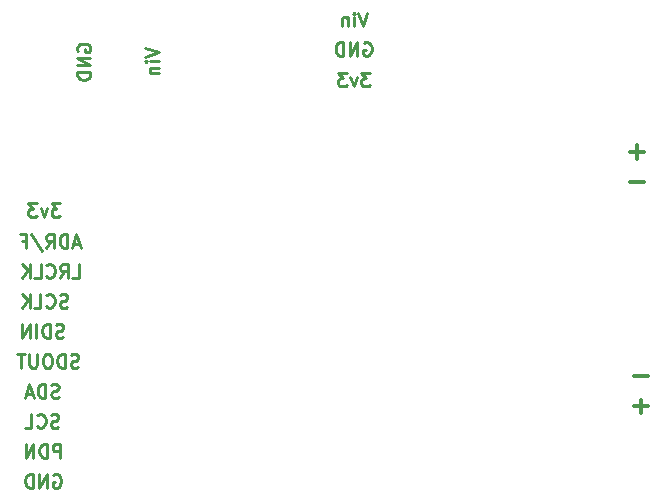
<source format=gbr>
G04 #@! TF.GenerationSoftware,KiCad,Pcbnew,(5.1.4)-1*
G04 #@! TF.CreationDate,2020-10-30T07:47:57-05:00*
G04 #@! TF.ProjectId,TAS5806M_Breakout_Hardware,54415335-3830-4364-9d5f-427265616b6f,rev?*
G04 #@! TF.SameCoordinates,Original*
G04 #@! TF.FileFunction,Legend,Bot*
G04 #@! TF.FilePolarity,Positive*
%FSLAX46Y46*%
G04 Gerber Fmt 4.6, Leading zero omitted, Abs format (unit mm)*
G04 Created by KiCad (PCBNEW (5.1.4)-1) date 2020-10-30 07:47:57*
%MOMM*%
%LPD*%
G04 APERTURE LIST*
%ADD10C,0.300000*%
%ADD11C,0.228600*%
G04 APERTURE END LIST*
D10*
X183959428Y-106660142D02*
X182816571Y-106660142D01*
X183959428Y-109200142D02*
X182816571Y-109200142D01*
X183388000Y-109771571D02*
X183388000Y-108628714D01*
X183641928Y-90213642D02*
X182499071Y-90213642D01*
X183641928Y-87673642D02*
X182499071Y-87673642D01*
X183070500Y-88245071D02*
X183070500Y-87102214D01*
D11*
X160428214Y-80971571D02*
X159720642Y-80971571D01*
X160101642Y-81407000D01*
X159938357Y-81407000D01*
X159829500Y-81461428D01*
X159775071Y-81515857D01*
X159720642Y-81624714D01*
X159720642Y-81896857D01*
X159775071Y-82005714D01*
X159829500Y-82060142D01*
X159938357Y-82114571D01*
X160264928Y-82114571D01*
X160373785Y-82060142D01*
X160428214Y-82005714D01*
X159339642Y-81352571D02*
X159067500Y-82114571D01*
X158795357Y-81352571D01*
X158468785Y-80971571D02*
X157761214Y-80971571D01*
X158142214Y-81407000D01*
X157978928Y-81407000D01*
X157870071Y-81461428D01*
X157815642Y-81515857D01*
X157761214Y-81624714D01*
X157761214Y-81896857D01*
X157815642Y-82005714D01*
X157870071Y-82060142D01*
X157978928Y-82114571D01*
X158305500Y-82114571D01*
X158414357Y-82060142D01*
X158468785Y-82005714D01*
X159938357Y-78422500D02*
X160047214Y-78368071D01*
X160210500Y-78368071D01*
X160373785Y-78422500D01*
X160482642Y-78531357D01*
X160537071Y-78640214D01*
X160591500Y-78857928D01*
X160591500Y-79021214D01*
X160537071Y-79238928D01*
X160482642Y-79347785D01*
X160373785Y-79456642D01*
X160210500Y-79511071D01*
X160101642Y-79511071D01*
X159938357Y-79456642D01*
X159883928Y-79402214D01*
X159883928Y-79021214D01*
X160101642Y-79021214D01*
X159394071Y-79511071D02*
X159394071Y-78368071D01*
X158740928Y-79511071D01*
X158740928Y-78368071D01*
X158196642Y-79511071D02*
X158196642Y-78368071D01*
X157924500Y-78368071D01*
X157761214Y-78422500D01*
X157652357Y-78531357D01*
X157597928Y-78640214D01*
X157543500Y-78857928D01*
X157543500Y-79021214D01*
X157597928Y-79238928D01*
X157652357Y-79347785D01*
X157761214Y-79456642D01*
X157924500Y-79511071D01*
X158196642Y-79511071D01*
X160237714Y-75891571D02*
X159856714Y-77034571D01*
X159475714Y-75891571D01*
X159094714Y-77034571D02*
X159094714Y-76272571D01*
X159094714Y-75891571D02*
X159149142Y-75946000D01*
X159094714Y-76000428D01*
X159040285Y-75946000D01*
X159094714Y-75891571D01*
X159094714Y-76000428D01*
X158550428Y-76272571D02*
X158550428Y-77034571D01*
X158550428Y-76381428D02*
X158496000Y-76327000D01*
X158387142Y-76272571D01*
X158223857Y-76272571D01*
X158115000Y-76327000D01*
X158060571Y-76435857D01*
X158060571Y-77034571D01*
X141423571Y-78839785D02*
X142566571Y-79220785D01*
X141423571Y-79601785D01*
X142566571Y-79982785D02*
X141804571Y-79982785D01*
X141423571Y-79982785D02*
X141478000Y-79928357D01*
X141532428Y-79982785D01*
X141478000Y-80037214D01*
X141423571Y-79982785D01*
X141532428Y-79982785D01*
X141804571Y-80527071D02*
X142566571Y-80527071D01*
X141913428Y-80527071D02*
X141859000Y-80581500D01*
X141804571Y-80690357D01*
X141804571Y-80853642D01*
X141859000Y-80962500D01*
X141967857Y-81016928D01*
X142566571Y-81016928D01*
X135699500Y-79139142D02*
X135645071Y-79030285D01*
X135645071Y-78867000D01*
X135699500Y-78703714D01*
X135808357Y-78594857D01*
X135917214Y-78540428D01*
X136134928Y-78486000D01*
X136298214Y-78486000D01*
X136515928Y-78540428D01*
X136624785Y-78594857D01*
X136733642Y-78703714D01*
X136788071Y-78867000D01*
X136788071Y-78975857D01*
X136733642Y-79139142D01*
X136679214Y-79193571D01*
X136298214Y-79193571D01*
X136298214Y-78975857D01*
X136788071Y-79683428D02*
X135645071Y-79683428D01*
X136788071Y-80336571D01*
X135645071Y-80336571D01*
X136788071Y-80880857D02*
X135645071Y-80880857D01*
X135645071Y-81153000D01*
X135699500Y-81316285D01*
X135808357Y-81425142D01*
X135917214Y-81479571D01*
X136134928Y-81534000D01*
X136298214Y-81534000D01*
X136515928Y-81479571D01*
X136624785Y-81425142D01*
X136733642Y-81316285D01*
X136788071Y-81153000D01*
X136788071Y-80880857D01*
X133649357Y-114998500D02*
X133758214Y-114944071D01*
X133921500Y-114944071D01*
X134084785Y-114998500D01*
X134193642Y-115107357D01*
X134248071Y-115216214D01*
X134302500Y-115433928D01*
X134302500Y-115597214D01*
X134248071Y-115814928D01*
X134193642Y-115923785D01*
X134084785Y-116032642D01*
X133921500Y-116087071D01*
X133812642Y-116087071D01*
X133649357Y-116032642D01*
X133594928Y-115978214D01*
X133594928Y-115597214D01*
X133812642Y-115597214D01*
X133105071Y-116087071D02*
X133105071Y-114944071D01*
X132451928Y-116087071D01*
X132451928Y-114944071D01*
X131907642Y-116087071D02*
X131907642Y-114944071D01*
X131635500Y-114944071D01*
X131472214Y-114998500D01*
X131363357Y-115107357D01*
X131308928Y-115216214D01*
X131254500Y-115433928D01*
X131254500Y-115597214D01*
X131308928Y-115814928D01*
X131363357Y-115923785D01*
X131472214Y-116032642D01*
X131635500Y-116087071D01*
X131907642Y-116087071D01*
X134248071Y-113547071D02*
X134248071Y-112404071D01*
X133812642Y-112404071D01*
X133703785Y-112458500D01*
X133649357Y-112512928D01*
X133594928Y-112621785D01*
X133594928Y-112785071D01*
X133649357Y-112893928D01*
X133703785Y-112948357D01*
X133812642Y-113002785D01*
X134248071Y-113002785D01*
X133105071Y-113547071D02*
X133105071Y-112404071D01*
X132832928Y-112404071D01*
X132669642Y-112458500D01*
X132560785Y-112567357D01*
X132506357Y-112676214D01*
X132451928Y-112893928D01*
X132451928Y-113057214D01*
X132506357Y-113274928D01*
X132560785Y-113383785D01*
X132669642Y-113492642D01*
X132832928Y-113547071D01*
X133105071Y-113547071D01*
X131962071Y-113547071D02*
X131962071Y-112404071D01*
X131308928Y-113547071D01*
X131308928Y-112404071D01*
X134075714Y-110952642D02*
X133912428Y-111007071D01*
X133640285Y-111007071D01*
X133531428Y-110952642D01*
X133477000Y-110898214D01*
X133422571Y-110789357D01*
X133422571Y-110680500D01*
X133477000Y-110571642D01*
X133531428Y-110517214D01*
X133640285Y-110462785D01*
X133858000Y-110408357D01*
X133966857Y-110353928D01*
X134021285Y-110299500D01*
X134075714Y-110190642D01*
X134075714Y-110081785D01*
X134021285Y-109972928D01*
X133966857Y-109918500D01*
X133858000Y-109864071D01*
X133585857Y-109864071D01*
X133422571Y-109918500D01*
X132279571Y-110898214D02*
X132334000Y-110952642D01*
X132497285Y-111007071D01*
X132606142Y-111007071D01*
X132769428Y-110952642D01*
X132878285Y-110843785D01*
X132932714Y-110734928D01*
X132987142Y-110517214D01*
X132987142Y-110353928D01*
X132932714Y-110136214D01*
X132878285Y-110027357D01*
X132769428Y-109918500D01*
X132606142Y-109864071D01*
X132497285Y-109864071D01*
X132334000Y-109918500D01*
X132279571Y-109972928D01*
X131245428Y-111007071D02*
X131789714Y-111007071D01*
X131789714Y-109864071D01*
X134102928Y-108412642D02*
X133939642Y-108467071D01*
X133667500Y-108467071D01*
X133558642Y-108412642D01*
X133504214Y-108358214D01*
X133449785Y-108249357D01*
X133449785Y-108140500D01*
X133504214Y-108031642D01*
X133558642Y-107977214D01*
X133667500Y-107922785D01*
X133885214Y-107868357D01*
X133994071Y-107813928D01*
X134048500Y-107759500D01*
X134102928Y-107650642D01*
X134102928Y-107541785D01*
X134048500Y-107432928D01*
X133994071Y-107378500D01*
X133885214Y-107324071D01*
X133613071Y-107324071D01*
X133449785Y-107378500D01*
X132959928Y-108467071D02*
X132959928Y-107324071D01*
X132687785Y-107324071D01*
X132524500Y-107378500D01*
X132415642Y-107487357D01*
X132361214Y-107596214D01*
X132306785Y-107813928D01*
X132306785Y-107977214D01*
X132361214Y-108194928D01*
X132415642Y-108303785D01*
X132524500Y-108412642D01*
X132687785Y-108467071D01*
X132959928Y-108467071D01*
X131871357Y-108140500D02*
X131327071Y-108140500D01*
X131980214Y-108467071D02*
X131599214Y-107324071D01*
X131218214Y-108467071D01*
X135753928Y-105872642D02*
X135590642Y-105927071D01*
X135318500Y-105927071D01*
X135209642Y-105872642D01*
X135155214Y-105818214D01*
X135100785Y-105709357D01*
X135100785Y-105600500D01*
X135155214Y-105491642D01*
X135209642Y-105437214D01*
X135318500Y-105382785D01*
X135536214Y-105328357D01*
X135645071Y-105273928D01*
X135699500Y-105219500D01*
X135753928Y-105110642D01*
X135753928Y-105001785D01*
X135699500Y-104892928D01*
X135645071Y-104838500D01*
X135536214Y-104784071D01*
X135264071Y-104784071D01*
X135100785Y-104838500D01*
X134610928Y-105927071D02*
X134610928Y-104784071D01*
X134338785Y-104784071D01*
X134175500Y-104838500D01*
X134066642Y-104947357D01*
X134012214Y-105056214D01*
X133957785Y-105273928D01*
X133957785Y-105437214D01*
X134012214Y-105654928D01*
X134066642Y-105763785D01*
X134175500Y-105872642D01*
X134338785Y-105927071D01*
X134610928Y-105927071D01*
X133250214Y-104784071D02*
X133032500Y-104784071D01*
X132923642Y-104838500D01*
X132814785Y-104947357D01*
X132760357Y-105165071D01*
X132760357Y-105546071D01*
X132814785Y-105763785D01*
X132923642Y-105872642D01*
X133032500Y-105927071D01*
X133250214Y-105927071D01*
X133359071Y-105872642D01*
X133467928Y-105763785D01*
X133522357Y-105546071D01*
X133522357Y-105165071D01*
X133467928Y-104947357D01*
X133359071Y-104838500D01*
X133250214Y-104784071D01*
X132270500Y-104784071D02*
X132270500Y-105709357D01*
X132216071Y-105818214D01*
X132161642Y-105872642D01*
X132052785Y-105927071D01*
X131835071Y-105927071D01*
X131726214Y-105872642D01*
X131671785Y-105818214D01*
X131617357Y-105709357D01*
X131617357Y-104784071D01*
X131236357Y-104784071D02*
X130583214Y-104784071D01*
X130909785Y-105927071D02*
X130909785Y-104784071D01*
X134483928Y-103332642D02*
X134320642Y-103387071D01*
X134048500Y-103387071D01*
X133939642Y-103332642D01*
X133885214Y-103278214D01*
X133830785Y-103169357D01*
X133830785Y-103060500D01*
X133885214Y-102951642D01*
X133939642Y-102897214D01*
X134048500Y-102842785D01*
X134266214Y-102788357D01*
X134375071Y-102733928D01*
X134429500Y-102679500D01*
X134483928Y-102570642D01*
X134483928Y-102461785D01*
X134429500Y-102352928D01*
X134375071Y-102298500D01*
X134266214Y-102244071D01*
X133994071Y-102244071D01*
X133830785Y-102298500D01*
X133340928Y-103387071D02*
X133340928Y-102244071D01*
X133068785Y-102244071D01*
X132905500Y-102298500D01*
X132796642Y-102407357D01*
X132742214Y-102516214D01*
X132687785Y-102733928D01*
X132687785Y-102897214D01*
X132742214Y-103114928D01*
X132796642Y-103223785D01*
X132905500Y-103332642D01*
X133068785Y-103387071D01*
X133340928Y-103387071D01*
X132197928Y-103387071D02*
X132197928Y-102244071D01*
X131653642Y-103387071D02*
X131653642Y-102244071D01*
X131000500Y-103387071D01*
X131000500Y-102244071D01*
X134837714Y-100792642D02*
X134674428Y-100847071D01*
X134402285Y-100847071D01*
X134293428Y-100792642D01*
X134239000Y-100738214D01*
X134184571Y-100629357D01*
X134184571Y-100520500D01*
X134239000Y-100411642D01*
X134293428Y-100357214D01*
X134402285Y-100302785D01*
X134620000Y-100248357D01*
X134728857Y-100193928D01*
X134783285Y-100139500D01*
X134837714Y-100030642D01*
X134837714Y-99921785D01*
X134783285Y-99812928D01*
X134728857Y-99758500D01*
X134620000Y-99704071D01*
X134347857Y-99704071D01*
X134184571Y-99758500D01*
X133041571Y-100738214D02*
X133096000Y-100792642D01*
X133259285Y-100847071D01*
X133368142Y-100847071D01*
X133531428Y-100792642D01*
X133640285Y-100683785D01*
X133694714Y-100574928D01*
X133749142Y-100357214D01*
X133749142Y-100193928D01*
X133694714Y-99976214D01*
X133640285Y-99867357D01*
X133531428Y-99758500D01*
X133368142Y-99704071D01*
X133259285Y-99704071D01*
X133096000Y-99758500D01*
X133041571Y-99812928D01*
X132007428Y-100847071D02*
X132551714Y-100847071D01*
X132551714Y-99704071D01*
X131626428Y-100847071D02*
X131626428Y-99704071D01*
X130973285Y-100847071D02*
X131463142Y-100193928D01*
X130973285Y-99704071D02*
X131626428Y-100357214D01*
X135236857Y-98307071D02*
X135781142Y-98307071D01*
X135781142Y-97164071D01*
X134202714Y-98307071D02*
X134583714Y-97762785D01*
X134855857Y-98307071D02*
X134855857Y-97164071D01*
X134420428Y-97164071D01*
X134311571Y-97218500D01*
X134257142Y-97272928D01*
X134202714Y-97381785D01*
X134202714Y-97545071D01*
X134257142Y-97653928D01*
X134311571Y-97708357D01*
X134420428Y-97762785D01*
X134855857Y-97762785D01*
X133059714Y-98198214D02*
X133114142Y-98252642D01*
X133277428Y-98307071D01*
X133386285Y-98307071D01*
X133549571Y-98252642D01*
X133658428Y-98143785D01*
X133712857Y-98034928D01*
X133767285Y-97817214D01*
X133767285Y-97653928D01*
X133712857Y-97436214D01*
X133658428Y-97327357D01*
X133549571Y-97218500D01*
X133386285Y-97164071D01*
X133277428Y-97164071D01*
X133114142Y-97218500D01*
X133059714Y-97272928D01*
X132025571Y-98307071D02*
X132569857Y-98307071D01*
X132569857Y-97164071D01*
X131644571Y-98307071D02*
X131644571Y-97164071D01*
X130991428Y-98307071D02*
X131481285Y-97653928D01*
X130991428Y-97164071D02*
X131644571Y-97817214D01*
X135853714Y-95440500D02*
X135309428Y-95440500D01*
X135962571Y-95767071D02*
X135581571Y-94624071D01*
X135200571Y-95767071D01*
X134819571Y-95767071D02*
X134819571Y-94624071D01*
X134547428Y-94624071D01*
X134384142Y-94678500D01*
X134275285Y-94787357D01*
X134220857Y-94896214D01*
X134166428Y-95113928D01*
X134166428Y-95277214D01*
X134220857Y-95494928D01*
X134275285Y-95603785D01*
X134384142Y-95712642D01*
X134547428Y-95767071D01*
X134819571Y-95767071D01*
X133023428Y-95767071D02*
X133404428Y-95222785D01*
X133676571Y-95767071D02*
X133676571Y-94624071D01*
X133241142Y-94624071D01*
X133132285Y-94678500D01*
X133077857Y-94732928D01*
X133023428Y-94841785D01*
X133023428Y-95005071D01*
X133077857Y-95113928D01*
X133132285Y-95168357D01*
X133241142Y-95222785D01*
X133676571Y-95222785D01*
X131717142Y-94569642D02*
X132696857Y-96039214D01*
X130955142Y-95168357D02*
X131336142Y-95168357D01*
X131336142Y-95767071D02*
X131336142Y-94624071D01*
X130791857Y-94624071D01*
X134202714Y-92020571D02*
X133495142Y-92020571D01*
X133876142Y-92456000D01*
X133712857Y-92456000D01*
X133604000Y-92510428D01*
X133549571Y-92564857D01*
X133495142Y-92673714D01*
X133495142Y-92945857D01*
X133549571Y-93054714D01*
X133604000Y-93109142D01*
X133712857Y-93163571D01*
X134039428Y-93163571D01*
X134148285Y-93109142D01*
X134202714Y-93054714D01*
X133114142Y-92401571D02*
X132842000Y-93163571D01*
X132569857Y-92401571D01*
X132243285Y-92020571D02*
X131535714Y-92020571D01*
X131916714Y-92456000D01*
X131753428Y-92456000D01*
X131644571Y-92510428D01*
X131590142Y-92564857D01*
X131535714Y-92673714D01*
X131535714Y-92945857D01*
X131590142Y-93054714D01*
X131644571Y-93109142D01*
X131753428Y-93163571D01*
X132080000Y-93163571D01*
X132188857Y-93109142D01*
X132243285Y-93054714D01*
M02*

</source>
